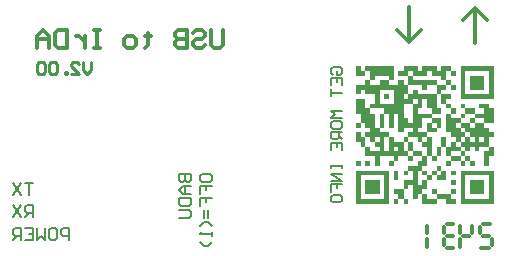
<source format=gbo>
G04*
G04 #@! TF.GenerationSoftware,Altium Limited,Altium Designer,22.6.1 (34)*
G04*
G04 Layer_Color=3326705*
%FSLAX44Y44*%
%MOMM*%
G71*
G04*
G04 #@! TF.SameCoordinates,64BB26C1-36A9-42FA-8A83-9A0FAFC5C5BC*
G04*
G04*
G04 #@! TF.FilePolarity,Positive*
G04*
G01*
G75*
%ADD11C,0.2540*%
%ADD12C,0.2032*%
%ADD47C,0.3048*%
G36*
X388238Y174230D02*
X392663D01*
Y170247D01*
X388238D01*
Y174230D01*
X384255D01*
Y166264D01*
X388238D01*
Y164494D01*
Y164051D01*
Y162281D01*
X392663D01*
Y158298D01*
X388238D01*
Y162281D01*
X384255D01*
Y166264D01*
X380272D01*
Y170247D01*
X372307D01*
Y174230D01*
X368324D01*
Y170247D01*
X356376D01*
Y174230D01*
X352393D01*
Y172459D01*
Y172017D01*
Y170247D01*
X356376D01*
Y166264D01*
X376290D01*
Y164494D01*
Y164051D01*
Y162281D01*
X384255D01*
Y158298D01*
X380272D01*
Y154316D01*
X388238D01*
Y150333D01*
X384255D01*
Y146350D01*
X388238D01*
Y144137D01*
Y143695D01*
Y142367D01*
X392663D01*
Y137942D01*
X388238D01*
Y139712D01*
Y140154D01*
Y142367D01*
X384255D01*
Y146350D01*
X380272D01*
Y148563D01*
Y149005D01*
Y154316D01*
X376290D01*
Y161396D01*
Y161839D01*
Y162281D01*
X368324D01*
Y158298D01*
X364341D01*
Y162281D01*
X352393D01*
Y170247D01*
X343985D01*
Y174230D01*
X348410D01*
Y178212D01*
X360358D01*
Y174230D01*
X364341D01*
Y178212D01*
X376290D01*
Y174230D01*
X380272D01*
Y178212D01*
X388238D01*
Y174230D01*
D02*
G37*
G36*
X312122D02*
X316105D01*
Y170247D01*
X308140D01*
Y178212D01*
X312122D01*
Y174230D01*
D02*
G37*
G36*
X340002Y166264D02*
X336019D01*
Y170247D01*
X324071D01*
Y166264D01*
X320088D01*
Y174230D01*
X316105D01*
Y178212D01*
X340002D01*
Y166264D01*
D02*
G37*
G36*
X348410Y162281D02*
X352393D01*
Y154316D01*
X356376D01*
Y158298D01*
X360358D01*
Y154316D01*
X376290D01*
Y142367D01*
X380272D01*
Y137942D01*
X372307D01*
Y142367D01*
X368324D01*
Y150333D01*
X364341D01*
Y142367D01*
X360358D01*
Y137942D01*
X372307D01*
Y133959D01*
X380272D01*
Y127764D01*
Y127321D01*
Y125993D01*
X376290D01*
Y129976D01*
X372307D01*
Y133959D01*
X364341D01*
Y125993D01*
X360358D01*
Y122011D01*
X368324D01*
Y118028D01*
X372307D01*
Y102097D01*
X376290D01*
Y98114D01*
X372307D01*
Y102097D01*
X368324D01*
Y110062D01*
X364341D01*
Y114045D01*
X360358D01*
Y118028D01*
X352393D01*
Y122011D01*
X356376D01*
Y125993D01*
X348410D01*
Y122011D01*
X343985D01*
Y137942D01*
X340002D01*
Y125993D01*
X336019D01*
Y137942D01*
X332036D01*
Y142367D01*
X320088D01*
Y146350D01*
X324071D01*
Y154316D01*
X316105D01*
Y158298D01*
X312122D01*
Y154316D01*
X308140D01*
Y162281D01*
X316105D01*
Y166264D01*
X320088D01*
Y162281D01*
X328054D01*
Y166264D01*
X336019D01*
Y162281D01*
X343985D01*
Y166264D01*
X348410D01*
Y162281D01*
D02*
G37*
G36*
X424526Y150333D02*
X396646D01*
Y178212D01*
X424526D01*
Y150333D01*
D02*
G37*
G36*
X420543Y142367D02*
X424526D01*
Y129976D01*
X416560D01*
Y133959D01*
X408594D01*
Y137942D01*
X400629D01*
Y138384D01*
Y138827D01*
Y142367D01*
X396646D01*
Y142810D01*
Y146350D01*
X400629D01*
Y142367D01*
X408594D01*
Y137942D01*
X416560D01*
Y142367D01*
X412577D01*
Y146350D01*
X420543D01*
Y142367D01*
D02*
G37*
G36*
X400629Y133959D02*
X396646D01*
Y137942D01*
X400629D01*
Y133959D01*
D02*
G37*
G36*
X332036Y136172D02*
Y135729D01*
Y125993D01*
X328054D01*
Y137942D01*
X332036D01*
Y136172D01*
D02*
G37*
G36*
X312122Y125993D02*
X308140D01*
Y129976D01*
X312122D01*
Y125993D01*
D02*
G37*
G36*
X372307D02*
X376290D01*
Y122011D01*
X368324D01*
Y129976D01*
X372307D01*
Y125993D01*
D02*
G37*
G36*
X316105Y142367D02*
X320088D01*
Y137942D01*
X324071D01*
Y125993D01*
X328054D01*
Y122011D01*
X336019D01*
Y118028D01*
X340002D01*
Y114045D01*
X348410D01*
Y106080D01*
X352393D01*
Y102097D01*
X356376D01*
Y101212D01*
Y100769D01*
Y98114D01*
X352393D01*
Y102097D01*
X343985D01*
Y98114D01*
X340002D01*
Y102097D01*
X328054D01*
Y93689D01*
X324071D01*
Y102097D01*
X316105D01*
Y110062D01*
X312122D01*
Y114045D01*
X308140D01*
Y122011D01*
X312122D01*
Y119355D01*
Y118913D01*
Y118028D01*
X316105D01*
Y110062D01*
X320088D01*
Y106080D01*
X328054D01*
Y110062D01*
X324071D01*
Y114045D01*
X320088D01*
Y118028D01*
X316105D01*
Y122011D01*
X320088D01*
Y125993D01*
X316105D01*
Y129976D01*
X312122D01*
Y137942D01*
X308140D01*
Y150333D01*
X316105D01*
Y142367D01*
D02*
G37*
G36*
X380272Y106965D02*
Y106522D01*
Y102097D01*
X376290D01*
Y110062D01*
X380272D01*
Y106965D01*
D02*
G37*
G36*
X388238Y133959D02*
X396646D01*
Y129976D01*
X404612D01*
Y125993D01*
X408594D01*
Y129976D01*
X404612D01*
Y131746D01*
Y132189D01*
Y133959D01*
X408594D01*
Y129976D01*
X416560D01*
Y125993D01*
X420543D01*
Y122011D01*
X424526D01*
Y118028D01*
X420543D01*
Y110062D01*
X424526D01*
Y102097D01*
X420543D01*
Y93689D01*
X416560D01*
Y106080D01*
X420543D01*
Y110062D01*
X412577D01*
Y106080D01*
X408594D01*
Y110062D01*
X404612D01*
Y106080D01*
X400629D01*
Y110062D01*
X396646D01*
Y114045D01*
X392663D01*
Y118028D01*
X388238D01*
Y122011D01*
X384255D01*
Y137942D01*
X388238D01*
Y133959D01*
D02*
G37*
G36*
X384255Y110062D02*
X388238D01*
Y114045D01*
X392663D01*
Y110062D01*
X396646D01*
Y106080D01*
X400629D01*
Y105637D01*
Y105195D01*
Y102097D01*
X404612D01*
Y98114D01*
X408594D01*
Y93689D01*
X404612D01*
Y98114D01*
X400629D01*
Y102097D01*
X396646D01*
Y106080D01*
X388238D01*
Y104309D01*
Y103867D01*
Y102097D01*
X396646D01*
Y98114D01*
X400629D01*
Y96344D01*
Y95901D01*
Y93689D01*
X396646D01*
Y98114D01*
X388238D01*
Y99884D01*
Y100327D01*
Y102097D01*
X384255D01*
Y110062D01*
X380272D01*
Y114045D01*
Y114488D01*
Y118028D01*
X384255D01*
Y110062D01*
D02*
G37*
G36*
X388238Y93689D02*
X384255D01*
Y98114D01*
X388238D01*
Y93689D01*
D02*
G37*
G36*
X340002D02*
X336019D01*
Y98114D01*
X340002D01*
Y93689D01*
D02*
G37*
G36*
X320088D02*
X316105D01*
Y98114D01*
X320088D01*
Y93689D01*
D02*
G37*
G36*
X312122Y95016D02*
Y94574D01*
Y93689D01*
X308140D01*
Y98114D01*
X312122D01*
Y95016D01*
D02*
G37*
G36*
X392663Y85723D02*
X388238D01*
Y89706D01*
X392663D01*
Y85723D01*
D02*
G37*
G36*
X380272Y89706D02*
X384255D01*
Y81740D01*
X376290D01*
Y85723D01*
X372307D01*
Y89706D01*
X376290D01*
Y85723D01*
X380272D01*
Y89706D01*
X376290D01*
Y93689D01*
X380272D01*
Y89706D01*
D02*
G37*
G36*
X352393Y87051D02*
Y86608D01*
Y85723D01*
X348410D01*
Y89706D01*
X352393D01*
Y87051D01*
D02*
G37*
G36*
Y114045D02*
X356376D01*
Y113603D01*
Y113160D01*
Y106080D01*
X364341D01*
Y102097D01*
X368324D01*
Y93689D01*
X364341D01*
Y89706D01*
X368324D01*
Y87493D01*
Y87051D01*
Y85723D01*
X372307D01*
Y84396D01*
Y83953D01*
Y81740D01*
X368324D01*
Y85723D01*
X364341D01*
Y89706D01*
X360358D01*
Y77758D01*
X364341D01*
Y81740D01*
X368324D01*
Y73775D01*
X364341D01*
Y69792D01*
X368324D01*
Y65809D01*
X376290D01*
Y61826D01*
X364341D01*
Y69792D01*
X360358D01*
Y65809D01*
X356376D01*
Y73332D01*
Y73775D01*
Y77758D01*
X352393D01*
Y73775D01*
X348410D01*
Y81740D01*
X356376D01*
Y89706D01*
X352393D01*
Y93689D01*
X360358D01*
Y98114D01*
X364341D01*
Y102097D01*
X356376D01*
Y102982D01*
Y103424D01*
Y106080D01*
X352393D01*
Y114045D01*
X348410D01*
Y118028D01*
X352393D01*
Y114045D01*
D02*
G37*
G36*
X343985Y85281D02*
Y84838D01*
Y81740D01*
X340002D01*
Y89706D01*
X343985D01*
Y85281D01*
D02*
G37*
G36*
X392663Y77758D02*
X388238D01*
Y78643D01*
Y79085D01*
Y81740D01*
X392663D01*
Y77758D01*
D02*
G37*
G36*
Y69792D02*
X388238D01*
Y73775D01*
X392663D01*
Y69792D01*
D02*
G37*
G36*
X424526Y61826D02*
X396646D01*
Y89706D01*
X424526D01*
Y61826D01*
D02*
G37*
G36*
X376290Y71562D02*
Y71119D01*
Y69792D01*
X388238D01*
Y69349D01*
Y65809D01*
X392663D01*
Y61826D01*
X384255D01*
Y65809D01*
X376290D01*
Y69792D01*
X372307D01*
Y73775D01*
X376290D01*
Y71562D01*
D02*
G37*
G36*
X348410Y65809D02*
X352393D01*
Y61826D01*
X348410D01*
Y65809D01*
X343985D01*
Y66694D01*
Y67137D01*
Y69792D01*
X340002D01*
Y73775D01*
X348410D01*
Y65809D01*
D02*
G37*
G36*
X343985Y61826D02*
X340002D01*
Y65809D01*
X343985D01*
Y61826D01*
D02*
G37*
G36*
X336019D02*
X308140D01*
Y89706D01*
X336019D01*
Y61826D01*
D02*
G37*
%LPC*%
G36*
X352393Y154316D02*
X348410D01*
Y150333D01*
X352393D01*
Y154316D01*
D02*
G37*
G36*
X360358Y150333D02*
X356376D01*
Y146350D01*
X360358D01*
Y150333D01*
D02*
G37*
G36*
X340002Y158298D02*
X328054D01*
Y146350D01*
X340002D01*
Y158298D01*
D02*
G37*
G36*
X356376Y146350D02*
X348410D01*
Y133959D01*
X352393D01*
Y129976D01*
X356376D01*
Y146350D01*
D02*
G37*
G36*
X368324Y118028D02*
X364341D01*
Y114045D01*
X368324D01*
Y118028D01*
D02*
G37*
%LPD*%
G36*
X336019Y150775D02*
Y150333D01*
X332036D01*
Y154316D01*
X336019D01*
Y150775D01*
D02*
G37*
%LPC*%
G36*
X420543Y174230D02*
X400629D01*
Y154316D01*
X420543D01*
Y174230D01*
D02*
G37*
%LPD*%
G36*
X416560Y169804D02*
Y169362D01*
Y158298D01*
X404612D01*
Y170247D01*
X416560D01*
Y169804D01*
D02*
G37*
%LPC*%
G36*
X328054Y118028D02*
X324071D01*
Y114045D01*
X328054D01*
Y118028D01*
D02*
G37*
G36*
X343985Y110062D02*
X340002D01*
Y106080D01*
X343985D01*
Y110062D01*
D02*
G37*
G36*
X336019Y118028D02*
X332036D01*
Y106080D01*
X336019D01*
Y118028D01*
D02*
G37*
G36*
X416560D02*
X412577D01*
Y114045D01*
X416560D01*
Y118028D01*
D02*
G37*
G36*
X396646Y129976D02*
X392663D01*
Y125993D01*
X396646D01*
Y122011D01*
X400629D01*
Y118028D01*
X404612D01*
Y114045D01*
X408594D01*
Y118028D01*
X404612D01*
Y122011D01*
X400629D01*
Y125993D01*
X396646D01*
Y129976D01*
D02*
G37*
G36*
X400629Y118028D02*
X396646D01*
Y114045D01*
X400629D01*
Y118028D01*
D02*
G37*
G36*
X420543Y85723D02*
X400629D01*
Y65809D01*
X420543D01*
Y85723D01*
D02*
G37*
%LPD*%
G36*
X416560Y75545D02*
Y75102D01*
Y69792D01*
X404612D01*
Y81740D01*
X416560D01*
Y75545D01*
D02*
G37*
%LPC*%
G36*
X332036Y85723D02*
X312122D01*
Y65809D01*
X332036D01*
Y85723D01*
D02*
G37*
%LPD*%
G36*
X328054Y69792D02*
X316105D01*
Y81740D01*
X328054D01*
Y69792D01*
D02*
G37*
D11*
X83820Y181607D02*
Y174836D01*
X80434Y171450D01*
X77049Y174836D01*
Y181607D01*
X66892Y171450D02*
X73663D01*
X66892Y178221D01*
Y179914D01*
X68585Y181607D01*
X71971D01*
X73663Y179914D01*
X63507Y171450D02*
Y173143D01*
X61814D01*
Y171450D01*
X63507D01*
X55043Y179914D02*
X53350Y181607D01*
X49964D01*
X48271Y179914D01*
Y173143D01*
X49964Y171450D01*
X53350D01*
X55043Y173143D01*
Y179914D01*
X44886D02*
X43193Y181607D01*
X39808D01*
X38115Y179914D01*
Y173143D01*
X39808Y171450D01*
X43193D01*
X44886Y173143D01*
Y179914D01*
D12*
X288801Y170944D02*
X287277Y172467D01*
Y175515D01*
X288801Y177038D01*
X294895D01*
X296418Y175515D01*
Y172467D01*
X294895Y170944D01*
X291847D01*
Y173991D01*
X287277Y161803D02*
Y167897D01*
X296418D01*
Y161803D01*
X291847Y167897D02*
Y164850D01*
X287277Y158756D02*
Y152662D01*
Y155709D01*
X296418D01*
Y140474D02*
X287277D01*
X290324Y137427D01*
X287277Y134380D01*
X296418D01*
X287277Y126762D02*
Y129809D01*
X288801Y131333D01*
X294895D01*
X296418Y129809D01*
Y126762D01*
X294895Y125239D01*
X288801D01*
X287277Y126762D01*
X296418Y122192D02*
X287277D01*
Y117621D01*
X288801Y116098D01*
X291847D01*
X293371Y117621D01*
Y122192D01*
Y119145D02*
X296418Y116098D01*
X287277Y106957D02*
Y113051D01*
X296418D01*
Y106957D01*
X291847Y113051D02*
Y110004D01*
X287277Y94768D02*
Y91721D01*
Y93245D01*
X296418D01*
Y94768D01*
Y91721D01*
Y87151D02*
X287277D01*
X296418Y81057D01*
X287277D01*
Y71916D02*
Y78010D01*
X291847D01*
Y74963D01*
Y78010D01*
X296418D01*
X287277Y64298D02*
Y67345D01*
X288801Y68869D01*
X294895D01*
X296418Y67345D01*
Y64298D01*
X294895Y62775D01*
X288801D01*
X287277Y64298D01*
X157991Y86868D02*
X168148D01*
Y81790D01*
X166455Y80097D01*
X164762D01*
X163070Y81790D01*
Y86868D01*
Y81790D01*
X161377Y80097D01*
X159684D01*
X157991Y81790D01*
Y86868D01*
X168148Y76711D02*
X161377D01*
X157991Y73326D01*
X161377Y69940D01*
X168148D01*
X163070D01*
Y76711D01*
X157991Y66555D02*
X168148D01*
Y61476D01*
X166455Y59783D01*
X159684D01*
X157991Y61476D01*
Y66555D01*
Y56398D02*
X166455D01*
X168148Y54705D01*
Y51319D01*
X166455Y49627D01*
X157991D01*
X175771Y81790D02*
Y85175D01*
X177464Y86868D01*
X184235D01*
X185928Y85175D01*
Y81790D01*
X184235Y80097D01*
X177464D01*
X175771Y81790D01*
Y69940D02*
Y76711D01*
X180850D01*
Y73326D01*
Y76711D01*
X185928D01*
X175771Y59783D02*
Y66555D01*
X180850D01*
Y63169D01*
Y66555D01*
X185928D01*
X182542Y56398D02*
Y49627D01*
X179157Y56398D02*
Y49627D01*
X185928Y42856D02*
X182542Y46241D01*
X179157D01*
X175771Y42856D01*
X185928Y37777D02*
Y34392D01*
Y36084D01*
X175771D01*
X177464Y37777D01*
X185928Y29313D02*
X182542Y25928D01*
X179157D01*
X175771Y29313D01*
X34798Y50292D02*
Y60449D01*
X29720D01*
X28027Y58756D01*
Y55370D01*
X29720Y53678D01*
X34798D01*
X31412D02*
X28027Y50292D01*
X24641Y60449D02*
X17870Y50292D01*
Y60449D02*
X24641Y50292D01*
X65278Y31242D02*
Y41399D01*
X60200D01*
X58507Y39706D01*
Y36320D01*
X60200Y34628D01*
X65278D01*
X50043Y41399D02*
X53429D01*
X55121Y39706D01*
Y32935D01*
X53429Y31242D01*
X50043D01*
X48350Y32935D01*
Y39706D01*
X50043Y41399D01*
X44965D02*
Y31242D01*
X41579Y34628D01*
X38193Y31242D01*
Y41399D01*
X28037D02*
X34808D01*
Y31242D01*
X28037D01*
X34808Y36320D02*
X31422D01*
X24651Y31242D02*
Y41399D01*
X19573D01*
X17880Y39706D01*
Y36320D01*
X19573Y34628D01*
X24651D01*
X21265D02*
X17880Y31242D01*
X34798Y79499D02*
X28027D01*
X31412D01*
Y69342D01*
X24641Y79499D02*
X17870Y69342D01*
Y79499D02*
X24641Y69342D01*
D47*
X368300Y25400D02*
Y31750D01*
Y36830D02*
Y43180D01*
X396240Y36830D02*
Y43180D01*
Y25400D02*
Y31750D01*
X406400Y36830D02*
Y43180D01*
X422910Y26670D02*
Y31750D01*
X415290Y44450D02*
X421640D01*
X415290Y34290D02*
X420370D01*
X414020Y24130D02*
X420370D01*
X412750Y36830D02*
Y41910D01*
X398780Y34290D02*
X403860D01*
X384810Y24130D02*
X389890D01*
X382270Y36830D02*
Y41910D01*
Y26670D02*
Y31750D01*
X384810Y44450D02*
X389890D01*
X384810Y34290D02*
X389890D01*
X408940Y198120D02*
Y227330D01*
X398780Y217170D02*
X408940Y227330D01*
X419100Y217170D01*
X353060Y198755D02*
X363220Y208915D01*
X342900D02*
X353060Y198755D01*
Y227965D01*
X195072Y208783D02*
Y196087D01*
X192533Y193548D01*
X187454D01*
X184915Y196087D01*
Y208783D01*
X169680Y206244D02*
X172219Y208783D01*
X177298D01*
X179837Y206244D01*
Y203705D01*
X177298Y201166D01*
X172219D01*
X169680Y198626D01*
Y196087D01*
X172219Y193548D01*
X177298D01*
X179837Y196087D01*
X164602Y208783D02*
Y193548D01*
X156984D01*
X154445Y196087D01*
Y198626D01*
X156984Y201166D01*
X164602D01*
X156984D01*
X154445Y203705D01*
Y206244D01*
X156984Y208783D01*
X164602D01*
X131593Y206244D02*
Y203705D01*
X134132D01*
X129053D01*
X131593D01*
Y196087D01*
X129053Y193548D01*
X118897D02*
X113818D01*
X111279Y196087D01*
Y201166D01*
X113818Y203705D01*
X118897D01*
X121436Y201166D01*
Y196087D01*
X118897Y193548D01*
X90966Y208783D02*
X85887D01*
X88427D01*
Y193548D01*
X90966D01*
X85887D01*
X78270Y203705D02*
Y193548D01*
Y198626D01*
X75731Y201166D01*
X73191Y203705D01*
X70652D01*
X63035Y208783D02*
Y193548D01*
X55417D01*
X52878Y196087D01*
Y206244D01*
X55417Y208783D01*
X63035D01*
X47800Y193548D02*
Y203705D01*
X42721Y208783D01*
X37643Y203705D01*
Y193548D01*
Y201166D01*
X47800D01*
M02*

</source>
